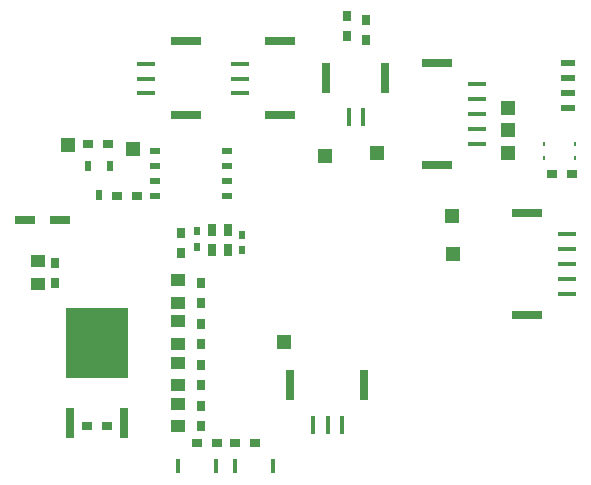
<source format=gbr>
G04 DipTrace 3.2.0.1*
G04 TopPaste.gbr*
%MOIN*%
G04 #@! TF.FileFunction,Paste,Top*
G04 #@! TF.Part,Single*
%ADD56R,0.031496X0.03937*%
%ADD58R,0.047244X0.019685*%
%ADD60R,0.21063X0.234252*%
%ADD62R,0.031496X0.100394*%
%ADD64R,0.037126X0.022126*%
%ADD66R,0.003937X0.03937*%
%ADD68R,0.03937X0.003937*%
%ADD70R,0.011024X0.014567*%
%ADD72R,0.059055X0.015748*%
%ADD74R,0.102362X0.031496*%
%ADD76R,0.015748X0.059055*%
%ADD78R,0.031496X0.102362*%
%ADD84R,0.051181X0.043307*%
%ADD86R,0.023622X0.033465*%
%ADD88R,0.070866X0.031496*%
%ADD90R,0.019685X0.027559*%
%ADD92R,0.031496X0.035433*%
%ADD94R,0.035433X0.031496*%
%ADD96R,0.01378X0.051181*%
%ADD98R,0.051181X0.051181*%
%FSLAX26Y26*%
G04*
G70*
G90*
G75*
G01*
G04 TopPaste*
%LPD*%
D98*
X1356346Y987493D3*
D96*
X1131201Y574948D3*
X1003248D3*
X1193701D3*
X1321654D3*
D90*
X1068110Y1305610D3*
Y1356791D3*
X1218701Y1343701D3*
Y1292520D3*
D94*
X2251476Y1547441D3*
X2318406D3*
D88*
X493702Y1393701D3*
X611812D3*
D94*
X699950Y706201D3*
X766879D3*
D98*
X637450Y1643701D3*
X856201Y1631201D3*
D86*
X779528Y1573327D3*
X704724D3*
X742126Y1478839D3*
D84*
X1006201Y981201D3*
Y1056004D3*
Y843701D3*
Y918504D3*
Y706201D3*
Y781004D3*
Y1118701D3*
Y1193504D3*
X537451Y1256201D3*
Y1181398D3*
D98*
X1668701Y1618701D3*
X1493701Y1606201D3*
D78*
X1695768Y1868504D3*
X1498917D3*
D76*
X1622933Y1736614D3*
X1573720D3*
D74*
X1868701Y1918701D3*
Y1576181D3*
D72*
X2000591Y1796654D3*
Y1747441D3*
Y1845866D3*
Y1698228D3*
Y1649016D3*
D74*
X2168701Y1418701D3*
Y1076181D3*
D72*
X2300591Y1296654D3*
Y1247441D3*
Y1345866D3*
Y1198228D3*
Y1149016D3*
D74*
X1031201Y1743701D3*
Y1989764D3*
D72*
X899311Y1816535D3*
Y1865748D3*
Y1914961D3*
D74*
X1343701Y1743701D3*
Y1989764D3*
D72*
X1211811Y1816535D3*
Y1865748D3*
Y1914961D3*
D78*
X1625068Y843759D3*
X1379005D3*
D76*
X1552234Y711869D3*
X1503021D3*
X1453808D3*
X1552234D3*
D92*
X1014665Y1285236D3*
Y1352165D3*
D94*
X704528Y1648327D3*
X771457D3*
X867028Y1473327D3*
X800098D3*
D92*
X1631201Y1993701D3*
Y2060630D3*
X1568701Y2006201D3*
Y2073130D3*
X1081201Y706201D3*
Y773130D3*
Y843701D3*
Y910630D3*
Y981201D3*
Y1048130D3*
Y1118701D3*
Y1185630D3*
D94*
X1260630Y649948D3*
X1193701D3*
X1068701D3*
X1135630D3*
D92*
X595916Y1252165D3*
Y1185236D3*
D70*
X2326476Y1647441D3*
X2223327D3*
X2326476Y1601772D3*
X2223327D3*
D98*
X1920669Y1281201D3*
X1918701Y1406201D3*
D68*
X1368701Y1381201D3*
Y1361516D3*
Y1341831D3*
Y1322146D3*
Y1302461D3*
Y1282776D3*
Y1263091D3*
Y1243406D3*
Y1223720D3*
Y1204035D3*
Y1184350D3*
Y1164665D3*
Y1144980D3*
Y1125295D3*
Y1105610D3*
Y1085925D3*
D66*
X1447441Y1007185D3*
X1467126D3*
X1486811D3*
X1506496D3*
X1526181D3*
X1545866D3*
X1565551D3*
X1585236D3*
X1604921D3*
X1624606D3*
X1644291D3*
X1663976D3*
X1683661D3*
X1703346D3*
X1723031D3*
X1742717D3*
D68*
X1821457Y1085925D3*
Y1105610D3*
Y1125295D3*
Y1144980D3*
Y1164665D3*
Y1184350D3*
Y1204035D3*
Y1223720D3*
Y1243406D3*
Y1263091D3*
Y1282776D3*
Y1302461D3*
Y1322146D3*
Y1341831D3*
Y1361516D3*
Y1381201D3*
D66*
X1742717Y1459941D3*
X1723031D3*
X1703346D3*
X1683661D3*
X1663976D3*
X1644291D3*
X1624606D3*
X1604921D3*
X1585236D3*
X1565551D3*
X1545866D3*
X1526181D3*
X1506496D3*
X1486811D3*
X1467126D3*
X1447441D3*
D64*
X1167028Y1473327D3*
Y1523327D3*
Y1573327D3*
Y1623327D3*
X926529D3*
Y1573327D3*
Y1523327D3*
Y1473327D3*
D62*
X643701Y718701D3*
X823228D3*
D60*
X733465Y982480D3*
D58*
X2306201Y1768701D3*
Y1818701D3*
Y1868701D3*
Y1918701D3*
D98*
X2106201Y1768701D3*
Y1693701D3*
Y1618701D3*
D56*
X1118701Y1293701D3*
X1169882D3*
X1118701Y1360630D3*
X1169882D3*
M02*

</source>
